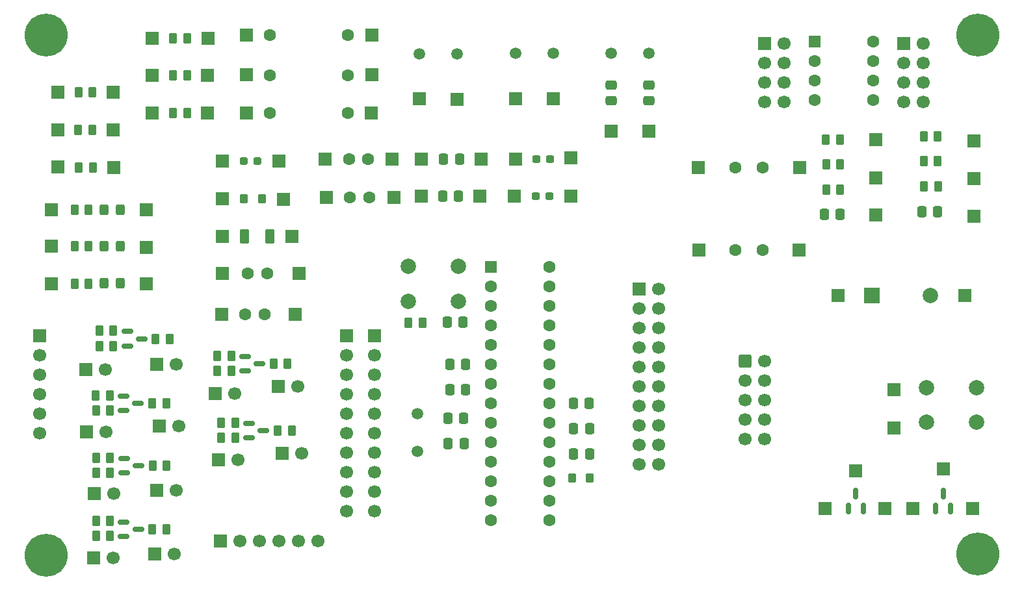
<source format=gbr>
%TF.GenerationSoftware,KiCad,Pcbnew,9.0.6*%
%TF.CreationDate,2025-11-04T19:56:49+01:00*%
%TF.ProjectId,Load_Board,4c6f6164-5f42-46f6-9172-642e6b696361,1.0*%
%TF.SameCoordinates,Original*%
%TF.FileFunction,Soldermask,Top*%
%TF.FilePolarity,Negative*%
%FSLAX46Y46*%
G04 Gerber Fmt 4.6, Leading zero omitted, Abs format (unit mm)*
G04 Created by KiCad (PCBNEW 9.0.6) date 2025-11-04 19:56:49*
%MOMM*%
%LPD*%
G01*
G04 APERTURE LIST*
G04 Aperture macros list*
%AMRoundRect*
0 Rectangle with rounded corners*
0 $1 Rounding radius*
0 $2 $3 $4 $5 $6 $7 $8 $9 X,Y pos of 4 corners*
0 Add a 4 corners polygon primitive as box body*
4,1,4,$2,$3,$4,$5,$6,$7,$8,$9,$2,$3,0*
0 Add four circle primitives for the rounded corners*
1,1,$1+$1,$2,$3*
1,1,$1+$1,$4,$5*
1,1,$1+$1,$6,$7*
1,1,$1+$1,$8,$9*
0 Add four rect primitives between the rounded corners*
20,1,$1+$1,$2,$3,$4,$5,0*
20,1,$1+$1,$4,$5,$6,$7,0*
20,1,$1+$1,$6,$7,$8,$9,0*
20,1,$1+$1,$8,$9,$2,$3,0*%
G04 Aperture macros list end*
%ADD10C,5.600000*%
%ADD11RoundRect,0.150000X-0.587500X-0.150000X0.587500X-0.150000X0.587500X0.150000X-0.587500X0.150000X0*%
%ADD12R,1.700000X1.700000*%
%ADD13C,1.700000*%
%ADD14RoundRect,0.250000X-0.262500X-0.450000X0.262500X-0.450000X0.262500X0.450000X-0.262500X0.450000X0*%
%ADD15RoundRect,0.250000X0.262500X0.450000X-0.262500X0.450000X-0.262500X-0.450000X0.262500X-0.450000X0*%
%ADD16C,1.600000*%
%ADD17RoundRect,0.237500X0.287500X0.237500X-0.287500X0.237500X-0.287500X-0.237500X0.287500X-0.237500X0*%
%ADD18RoundRect,0.250000X0.275000X0.350000X-0.275000X0.350000X-0.275000X-0.350000X0.275000X-0.350000X0*%
%ADD19RoundRect,0.250000X0.362500X0.700000X-0.362500X0.700000X-0.362500X-0.700000X0.362500X-0.700000X0*%
%ADD20RoundRect,0.250000X-0.337500X-0.475000X0.337500X-0.475000X0.337500X0.475000X-0.337500X0.475000X0*%
%ADD21RoundRect,0.250000X0.325000X0.450000X-0.325000X0.450000X-0.325000X-0.450000X0.325000X-0.450000X0*%
%ADD22C,2.000000*%
%ADD23RoundRect,0.250000X-0.550000X-0.550000X0.550000X-0.550000X0.550000X0.550000X-0.550000X0.550000X0*%
%ADD24RoundRect,0.250000X0.337500X0.475000X-0.337500X0.475000X-0.337500X-0.475000X0.337500X-0.475000X0*%
%ADD25RoundRect,0.150000X0.150000X-0.587500X0.150000X0.587500X-0.150000X0.587500X-0.150000X-0.587500X0*%
%ADD26RoundRect,0.250000X-0.600000X-0.600000X0.600000X-0.600000X0.600000X0.600000X-0.600000X0.600000X0*%
%ADD27C,1.500000*%
%ADD28RoundRect,0.237500X0.300000X0.237500X-0.300000X0.237500X-0.300000X-0.237500X0.300000X-0.237500X0*%
%ADD29RoundRect,0.250000X-0.475000X0.337500X-0.475000X-0.337500X0.475000X-0.337500X0.475000X0.337500X0*%
%ADD30RoundRect,0.250000X0.475000X-0.337500X0.475000X0.337500X-0.475000X0.337500X-0.475000X-0.337500X0*%
%ADD31R,2.000000X2.000000*%
G04 APERTURE END LIST*
D10*
%TO.C,H4*%
X246450000Y-128700000D03*
%TD*%
D11*
%TO.C,Q5*%
X153400000Y-112550000D03*
X151525000Y-113500000D03*
X151525000Y-111600000D03*
%TD*%
D12*
%TO.C,J15*%
X147500000Y-116350000D03*
D13*
X150040000Y-116350000D03*
%TD*%
D14*
%TO.C,R17*%
X157075000Y-112550000D03*
X155250000Y-112550000D03*
%TD*%
D12*
%TO.C,J16*%
X155850000Y-115500000D03*
D13*
X158390000Y-115500000D03*
%TD*%
D15*
%TO.C,R15*%
X147875000Y-111550000D03*
X149700000Y-111550000D03*
%TD*%
%TO.C,R13*%
X147875000Y-113500000D03*
X149700000Y-113500000D03*
%TD*%
D16*
%TO.C,L4*%
X153865000Y-92100000D03*
X151325000Y-92100000D03*
%TD*%
%TO.C,L5*%
X153575000Y-97450000D03*
X151035000Y-97450000D03*
%TD*%
D12*
%TO.C,J17*%
X157525000Y-97450000D03*
%TD*%
%TO.C,J21*%
X157997500Y-92100000D03*
%TD*%
%TO.C,J32*%
X147997500Y-92100000D03*
%TD*%
%TO.C,J28*%
X147925000Y-97450000D03*
%TD*%
%TO.C,J70*%
X133825000Y-68500000D03*
%TD*%
D15*
%TO.C,R31*%
X129300000Y-68500000D03*
X131125000Y-68500000D03*
%TD*%
D12*
%TO.C,J64*%
X126600000Y-68500000D03*
%TD*%
D15*
%TO.C,R33*%
X129337500Y-78250000D03*
X131162500Y-78250000D03*
%TD*%
D12*
%TO.C,J72*%
X133862500Y-78250000D03*
%TD*%
D15*
%TO.C,R32*%
X129275000Y-73350000D03*
X131100000Y-73350000D03*
%TD*%
D12*
%TO.C,J65*%
X126600000Y-73350000D03*
%TD*%
%TO.C,J66*%
X126612500Y-78200000D03*
%TD*%
%TO.C,J71*%
X133800000Y-73350000D03*
%TD*%
D17*
%TO.C,L1*%
X150850000Y-77450000D03*
X152600000Y-77450000D03*
%TD*%
D18*
%TO.C,L2*%
X150862500Y-82350000D03*
X153162500Y-82350000D03*
%TD*%
D12*
%TO.C,J29*%
X148025000Y-77450000D03*
%TD*%
D19*
%TO.C,L3*%
X150900000Y-87250000D03*
X154225000Y-87250000D03*
%TD*%
D12*
%TO.C,J18*%
X155425000Y-77450000D03*
%TD*%
%TO.C,J30*%
X148025000Y-82350000D03*
%TD*%
%TO.C,J20*%
X157075000Y-87250000D03*
%TD*%
%TO.C,J31*%
X148025000Y-87250000D03*
%TD*%
%TO.C,J19*%
X155975000Y-82400000D03*
%TD*%
D13*
%TO.C,J6*%
X142327500Y-111975000D03*
D12*
X139787500Y-111975000D03*
%TD*%
%TO.C,J5*%
X130362500Y-112725000D03*
D13*
X132902500Y-112725000D03*
%TD*%
D14*
%TO.C,R6*%
X140712500Y-109025000D03*
X138887500Y-109025000D03*
%TD*%
D15*
%TO.C,R4*%
X133387500Y-108000000D03*
X131562500Y-108000000D03*
%TD*%
D11*
%TO.C,Q2*%
X137062500Y-109025000D03*
X135187500Y-109975000D03*
X135187500Y-108075000D03*
%TD*%
D15*
%TO.C,R2*%
X131575000Y-109925000D03*
X133400000Y-109925000D03*
%TD*%
%TO.C,R24*%
X241212500Y-80700000D03*
X239387500Y-80700000D03*
%TD*%
D14*
%TO.C,R22*%
X239375000Y-77450000D03*
X241200000Y-77450000D03*
%TD*%
D20*
%TO.C,C2*%
X239125000Y-84000000D03*
X241200000Y-84000000D03*
%TD*%
D15*
%TO.C,R19*%
X226625000Y-74600000D03*
X228450000Y-74600000D03*
%TD*%
%TO.C,R21*%
X241200000Y-74200000D03*
X239375000Y-74200000D03*
%TD*%
D20*
%TO.C,C1*%
X228487500Y-84400000D03*
X226412500Y-84400000D03*
%TD*%
D15*
%TO.C,R23*%
X226662500Y-81150000D03*
X228487500Y-81150000D03*
%TD*%
D14*
%TO.C,R20*%
X228500000Y-77900000D03*
X226675000Y-77900000D03*
%TD*%
D15*
%TO.C,R29*%
X130612500Y-88550000D03*
X128787500Y-88550000D03*
%TD*%
D21*
%TO.C,D2*%
X134700000Y-88510000D03*
X132650000Y-88510000D03*
%TD*%
D15*
%TO.C,R27*%
X143425000Y-71150000D03*
X141600000Y-71150000D03*
%TD*%
D12*
%TO.C,J55*%
X146100000Y-71150000D03*
%TD*%
%TO.C,J46*%
X138900000Y-71150000D03*
%TD*%
%TO.C,J53*%
X146150000Y-61450000D03*
%TD*%
%TO.C,J54*%
X146100000Y-66300000D03*
%TD*%
D15*
%TO.C,R25*%
X143425000Y-61450000D03*
X141600000Y-61450000D03*
%TD*%
D12*
%TO.C,J44*%
X138900000Y-61450000D03*
%TD*%
%TO.C,J45*%
X138900000Y-66300000D03*
%TD*%
D15*
%TO.C,R26*%
X143425000Y-66300000D03*
X141600000Y-66300000D03*
%TD*%
D12*
%TO.C,J77*%
X167450000Y-71150000D03*
%TD*%
D22*
%TO.C,SW2*%
X172260000Y-91190000D03*
X178760000Y-91190000D03*
X172260000Y-95690000D03*
X178760000Y-95690000D03*
%TD*%
D12*
%TO.C,J36*%
X138150000Y-83800000D03*
%TD*%
%TO.C,J75*%
X167500000Y-61050000D03*
%TD*%
D20*
%TO.C,C17*%
X193755000Y-115590000D03*
X195830000Y-115590000D03*
%TD*%
D12*
%TO.C,J57*%
X191100000Y-69300000D03*
%TD*%
%TO.C,J82*%
X151150000Y-66200000D03*
%TD*%
D20*
%TO.C,C20*%
X177412500Y-114225000D03*
X179487500Y-114225000D03*
%TD*%
D12*
%TO.C,J49*%
X198690000Y-73500000D03*
%TD*%
%TO.C,J33*%
X245900000Y-74800000D03*
%TD*%
%TO.C,J39*%
X223200000Y-78300000D03*
%TD*%
D14*
%TO.C,R37*%
X172275000Y-98510000D03*
X174100000Y-98510000D03*
%TD*%
%TO.C,R11*%
X138937500Y-117150000D03*
X140762500Y-117150000D03*
%TD*%
D15*
%TO.C,R30*%
X130612500Y-93450000D03*
X128787500Y-93450000D03*
%TD*%
D12*
%TO.C,J27*%
X125750000Y-93400000D03*
%TD*%
D14*
%TO.C,R18*%
X154710000Y-103850000D03*
X156535000Y-103850000D03*
%TD*%
D10*
%TO.C,H2*%
X125050000Y-61050000D03*
%TD*%
D20*
%TO.C,C16*%
X193765000Y-112360000D03*
X195840000Y-112360000D03*
%TD*%
D18*
%TO.C,L6*%
X195880000Y-118730000D03*
X193580000Y-118730000D03*
%TD*%
D12*
%TO.C,J84*%
X237950000Y-122692500D03*
%TD*%
%TO.C,J58*%
X203540000Y-73500000D03*
%TD*%
D16*
%TO.C,R35*%
X154170000Y-66250000D03*
X164330000Y-66250000D03*
%TD*%
D12*
%TO.C,J43*%
X181600000Y-82000000D03*
%TD*%
D14*
%TO.C,R5*%
X139350000Y-100600000D03*
X141175000Y-100600000D03*
%TD*%
D16*
%TO.C,C8*%
X218350000Y-89000000D03*
X214850000Y-89000000D03*
%TD*%
D20*
%TO.C,C19*%
X177312500Y-98430000D03*
X179387500Y-98430000D03*
%TD*%
D12*
%TO.C,J13*%
X147070000Y-107750000D03*
D13*
X149610000Y-107750000D03*
%TD*%
D23*
%TO.C,U2*%
X182970000Y-91195000D03*
D16*
X182970000Y-93735000D03*
X182970000Y-96275000D03*
X182970000Y-98815000D03*
X182970000Y-101355000D03*
X182970000Y-103895000D03*
X182970000Y-106435000D03*
X182970000Y-108975000D03*
X182970000Y-111515000D03*
X182970000Y-114055000D03*
X182970000Y-116595000D03*
X182970000Y-119135000D03*
X182970000Y-121675000D03*
X182970000Y-124215000D03*
X190590000Y-124215000D03*
X190590000Y-121675000D03*
X190590000Y-119135000D03*
X190590000Y-116595000D03*
X190590000Y-114055000D03*
X190590000Y-111515000D03*
X190590000Y-108975000D03*
X190590000Y-106435000D03*
X190590000Y-103895000D03*
X190590000Y-101355000D03*
X190590000Y-98815000D03*
X190590000Y-96275000D03*
X190590000Y-93735000D03*
X190590000Y-91195000D03*
%TD*%
D12*
%TO.C,J69*%
X186075000Y-82050000D03*
%TD*%
%TO.C,J22*%
X233150000Y-74650000D03*
%TD*%
%TO.C,J78*%
X226550000Y-122692500D03*
%TD*%
D15*
%TO.C,R8*%
X133425000Y-126300000D03*
X131600000Y-126300000D03*
%TD*%
D24*
%TO.C,C6*%
X178787500Y-82020000D03*
X176712500Y-82020000D03*
%TD*%
D12*
%TO.C,J38*%
X138150000Y-93450000D03*
%TD*%
%TO.C,J92*%
X167880000Y-100210000D03*
D13*
X167880000Y-102750000D03*
X167880000Y-105290000D03*
X167880000Y-107830000D03*
X167880000Y-110370000D03*
X167880000Y-112910000D03*
X167880000Y-115450000D03*
X167880000Y-117990000D03*
X167880000Y-120530000D03*
X167880000Y-123070000D03*
%TD*%
D12*
%TO.C,J35*%
X245900000Y-84600000D03*
%TD*%
D25*
%TO.C,Q7*%
X229570000Y-122702500D03*
X231470000Y-122702500D03*
X230520000Y-120827500D03*
%TD*%
D16*
%TO.C,R34*%
X154170000Y-61050000D03*
X164330000Y-61050000D03*
%TD*%
D26*
%TO.C,J90*%
X216120000Y-103490000D03*
D13*
X218660000Y-103490000D03*
X216120000Y-106030000D03*
X218660000Y-106030000D03*
X216120000Y-108570000D03*
X218660000Y-108570000D03*
X216120000Y-111110000D03*
X218660000Y-111110000D03*
X216120000Y-113650000D03*
X218660000Y-113650000D03*
%TD*%
D12*
%TO.C,J76*%
X167500000Y-66200000D03*
%TD*%
%TO.C,J42*%
X181750000Y-77150000D03*
%TD*%
%TO.C,J93*%
X164210000Y-100210000D03*
D13*
X164210000Y-102750000D03*
X164210000Y-105290000D03*
X164210000Y-107830000D03*
X164210000Y-110370000D03*
X164210000Y-112910000D03*
X164210000Y-115450000D03*
X164210000Y-117990000D03*
X164210000Y-120530000D03*
X164210000Y-123070000D03*
%TD*%
D25*
%TO.C,Q8*%
X240950000Y-122692500D03*
X242850000Y-122692500D03*
X241900000Y-120817500D03*
%TD*%
D12*
%TO.C,J3*%
X124200000Y-100230000D03*
D13*
X124200000Y-102770000D03*
X124200000Y-105310000D03*
X124200000Y-107850000D03*
X124200000Y-110390000D03*
X124200000Y-112930000D03*
%TD*%
D15*
%TO.C,R1*%
X133837500Y-101525000D03*
X132012500Y-101525000D03*
%TD*%
D12*
%TO.C,J10*%
X139200000Y-128625000D03*
D13*
X141740000Y-128625000D03*
%TD*%
D12*
%TO.C,J62*%
X173950000Y-77150000D03*
%TD*%
D27*
%TO.C,Y4*%
X173425000Y-110375000D03*
X173425000Y-115255000D03*
%TD*%
D21*
%TO.C,D3*%
X134700000Y-93320000D03*
X132650000Y-93320000D03*
%TD*%
D12*
%TO.C,J51*%
X193425000Y-77050000D03*
%TD*%
%TO.C,J56*%
X178600000Y-69375000D03*
%TD*%
D11*
%TO.C,Q1*%
X135637500Y-99650000D03*
X135637500Y-101550000D03*
X137512500Y-100600000D03*
%TD*%
D14*
%TO.C,R12*%
X138925000Y-125425000D03*
X140750000Y-125425000D03*
%TD*%
D24*
%TO.C,C5*%
X178900000Y-77150000D03*
X176825000Y-77150000D03*
%TD*%
D12*
%TO.C,J8*%
X139475000Y-103900000D03*
D13*
X142015000Y-103900000D03*
%TD*%
D15*
%TO.C,R7*%
X133412500Y-118050000D03*
X131587500Y-118050000D03*
%TD*%
D16*
%TO.C,C3*%
X167000000Y-77150000D03*
X164500000Y-77150000D03*
%TD*%
D12*
%TO.C,J34*%
X245900000Y-79740000D03*
%TD*%
%TO.C,J41*%
X170350000Y-82150000D03*
%TD*%
D16*
%TO.C,C7*%
X218350000Y-78300000D03*
X214850000Y-78300000D03*
%TD*%
D12*
%TO.C,J1*%
X218610000Y-62150000D03*
D13*
X221150000Y-62150000D03*
X218610000Y-64690000D03*
X221150000Y-64690000D03*
X218610000Y-67230000D03*
X221150000Y-67230000D03*
X218610000Y-69770000D03*
X221150000Y-69770000D03*
%TD*%
D22*
%TO.C,SW1*%
X239750000Y-106950000D03*
X246250000Y-106950000D03*
X239750000Y-111450000D03*
X246250000Y-111450000D03*
%TD*%
D12*
%TO.C,J48*%
X186200000Y-69325000D03*
%TD*%
%TO.C,J87*%
X228250000Y-94950000D03*
%TD*%
%TO.C,J59*%
X210000000Y-78250000D03*
%TD*%
D28*
%TO.C,C10*%
X190600000Y-82050000D03*
X188875000Y-82050000D03*
%TD*%
D15*
%TO.C,R3*%
X133837500Y-99575000D03*
X132012500Y-99575000D03*
%TD*%
%TO.C,R10*%
X133425000Y-124350000D03*
X131600000Y-124350000D03*
%TD*%
D11*
%TO.C,Q3*%
X135237500Y-116200000D03*
X135237500Y-118100000D03*
X137112500Y-117150000D03*
%TD*%
D15*
%TO.C,R28*%
X130612500Y-83750000D03*
X128787500Y-83750000D03*
%TD*%
D20*
%TO.C,C15*%
X177625000Y-107225000D03*
X179700000Y-107225000D03*
%TD*%
D27*
%TO.C,Y2*%
X186220000Y-63400000D03*
X191100000Y-63400000D03*
%TD*%
D12*
%TO.C,J89*%
X202300000Y-94100000D03*
D13*
X204840000Y-94100000D03*
X202300000Y-96640000D03*
X204840000Y-96640000D03*
X202300000Y-99180000D03*
X204840000Y-99180000D03*
X202300000Y-101720000D03*
X204840000Y-101720000D03*
X202300000Y-104260000D03*
X204840000Y-104260000D03*
X202300000Y-106800000D03*
X204840000Y-106800000D03*
X202300000Y-109340000D03*
X204840000Y-109340000D03*
X202300000Y-111880000D03*
X204840000Y-111880000D03*
X202300000Y-114420000D03*
X204840000Y-114420000D03*
X202300000Y-116960000D03*
X204840000Y-116960000D03*
%TD*%
D12*
%TO.C,J2*%
X236800000Y-62150000D03*
D13*
X239340000Y-62150000D03*
X236800000Y-64690000D03*
X239340000Y-64690000D03*
X236800000Y-67230000D03*
X239340000Y-67230000D03*
X236800000Y-69770000D03*
X239340000Y-69770000D03*
%TD*%
D12*
%TO.C,J81*%
X151150000Y-61050000D03*
%TD*%
%TO.C,J40*%
X170100000Y-77150000D03*
%TD*%
D29*
%TO.C,C12*%
X203540000Y-67512500D03*
X203540000Y-69587500D03*
%TD*%
D12*
%TO.C,J74*%
X235450000Y-112200000D03*
%TD*%
D16*
%TO.C,R36*%
X154170000Y-71150000D03*
X164330000Y-71150000D03*
%TD*%
D12*
%TO.C,J63*%
X173900000Y-82000000D03*
%TD*%
D27*
%TO.C,Y1*%
X173695000Y-63425000D03*
X178575000Y-63425000D03*
%TD*%
D12*
%TO.C,J12*%
X139475000Y-120400000D03*
D13*
X142015000Y-120400000D03*
%TD*%
D12*
%TO.C,J4*%
X147760000Y-127000000D03*
D13*
X150300000Y-127000000D03*
X152840000Y-127000000D03*
X155380000Y-127000000D03*
X157920000Y-127000000D03*
X160460000Y-127000000D03*
%TD*%
D12*
%TO.C,J68*%
X186175000Y-77150000D03*
%TD*%
D11*
%TO.C,Q6*%
X151010000Y-102900000D03*
X151010000Y-104800000D03*
X152885000Y-103850000D03*
%TD*%
D12*
%TO.C,J7*%
X130225000Y-104575000D03*
D13*
X132765000Y-104575000D03*
%TD*%
D12*
%TO.C,J26*%
X125750000Y-88550000D03*
%TD*%
D30*
%TO.C,C11*%
X198690000Y-69575000D03*
X198690000Y-67500000D03*
%TD*%
D12*
%TO.C,J86*%
X241950000Y-117592500D03*
%TD*%
D15*
%TO.C,R14*%
X149197500Y-104750000D03*
X147372500Y-104750000D03*
%TD*%
D12*
%TO.C,J80*%
X230500000Y-117792500D03*
%TD*%
%TO.C,J60*%
X161400000Y-77150000D03*
%TD*%
%TO.C,J79*%
X234300000Y-122692500D03*
%TD*%
%TO.C,J37*%
X138150000Y-88700000D03*
%TD*%
D24*
%TO.C,C13*%
X195797500Y-108990000D03*
X193722500Y-108990000D03*
%TD*%
D12*
%TO.C,J50*%
X223150000Y-89000000D03*
%TD*%
%TO.C,J61*%
X161550000Y-82150000D03*
%TD*%
D24*
%TO.C,C18*%
X179475000Y-110975000D03*
X177400000Y-110975000D03*
%TD*%
D12*
%TO.C,J85*%
X245750000Y-122692500D03*
%TD*%
D10*
%TO.C,H3*%
X125050000Y-128850000D03*
%TD*%
D21*
%TO.C,D1*%
X134700000Y-83800000D03*
X132650000Y-83800000D03*
%TD*%
D12*
%TO.C,J14*%
X155270000Y-106800000D03*
D13*
X157810000Y-106800000D03*
%TD*%
D12*
%TO.C,J52*%
X193425000Y-82050000D03*
%TD*%
%TO.C,J73*%
X235450000Y-107250000D03*
%TD*%
%TO.C,J24*%
X233150000Y-84450000D03*
%TD*%
D15*
%TO.C,R16*%
X149197500Y-102800000D03*
X147372500Y-102800000D03*
%TD*%
D12*
%TO.C,J25*%
X125750000Y-83750000D03*
%TD*%
D23*
%TO.C,U1*%
X225195000Y-61890000D03*
D16*
X225195000Y-64430000D03*
X225195000Y-66970000D03*
X225195000Y-69510000D03*
X232815000Y-69510000D03*
X232815000Y-66970000D03*
X232815000Y-64430000D03*
X232815000Y-61890000D03*
%TD*%
D12*
%TO.C,J11*%
X131350000Y-120800000D03*
D13*
X133890000Y-120800000D03*
%TD*%
D15*
%TO.C,R9*%
X133412500Y-116100000D03*
X131587500Y-116100000D03*
%TD*%
D11*
%TO.C,Q4*%
X135200000Y-124475000D03*
X135200000Y-126375000D03*
X137075000Y-125425000D03*
%TD*%
D27*
%TO.C,Y3*%
X198660000Y-63400000D03*
X203540000Y-63400000D03*
%TD*%
D12*
%TO.C,J47*%
X173725000Y-69350000D03*
%TD*%
D16*
%TO.C,C4*%
X167150000Y-82150000D03*
X164650000Y-82150000D03*
%TD*%
D12*
%TO.C,J83*%
X151150000Y-71200000D03*
%TD*%
%TO.C,J67*%
X210050000Y-89000000D03*
%TD*%
D20*
%TO.C,C14*%
X177637500Y-103950000D03*
X179712500Y-103950000D03*
%TD*%
D28*
%TO.C,C9*%
X190675000Y-77150000D03*
X188950000Y-77150000D03*
%TD*%
D31*
%TO.C,BZ1*%
X232650000Y-94950000D03*
D22*
X240250000Y-94950000D03*
%TD*%
D10*
%TO.C,H1*%
X246450000Y-61050000D03*
%TD*%
D12*
%TO.C,J88*%
X244750000Y-94950000D03*
%TD*%
%TO.C,J23*%
X233150000Y-79600000D03*
%TD*%
%TO.C,J9*%
X131250000Y-129175000D03*
D13*
X133790000Y-129175000D03*
%TD*%
M02*

</source>
